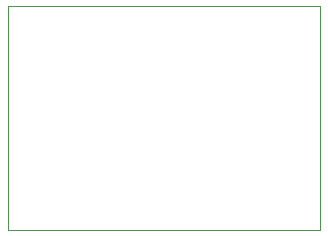
<source format=gbr>
%TF.GenerationSoftware,KiCad,Pcbnew,8.0.5*%
%TF.CreationDate,2024-10-05T23:36:15+02:00*%
%TF.ProjectId,projet s6,70726f6a-6574-4207-9336-2e6b69636164,rev?*%
%TF.SameCoordinates,Original*%
%TF.FileFunction,Profile,NP*%
%FSLAX46Y46*%
G04 Gerber Fmt 4.6, Leading zero omitted, Abs format (unit mm)*
G04 Created by KiCad (PCBNEW 8.0.5) date 2024-10-05 23:36:15*
%MOMM*%
%LPD*%
G01*
G04 APERTURE LIST*
%TA.AperFunction,Profile*%
%ADD10C,0.050000*%
%TD*%
G04 APERTURE END LIST*
D10*
X181350000Y-65050000D02*
X207750000Y-65050000D01*
X207750000Y-84050000D01*
X181350000Y-84050000D01*
X181350000Y-65050000D01*
M02*

</source>
